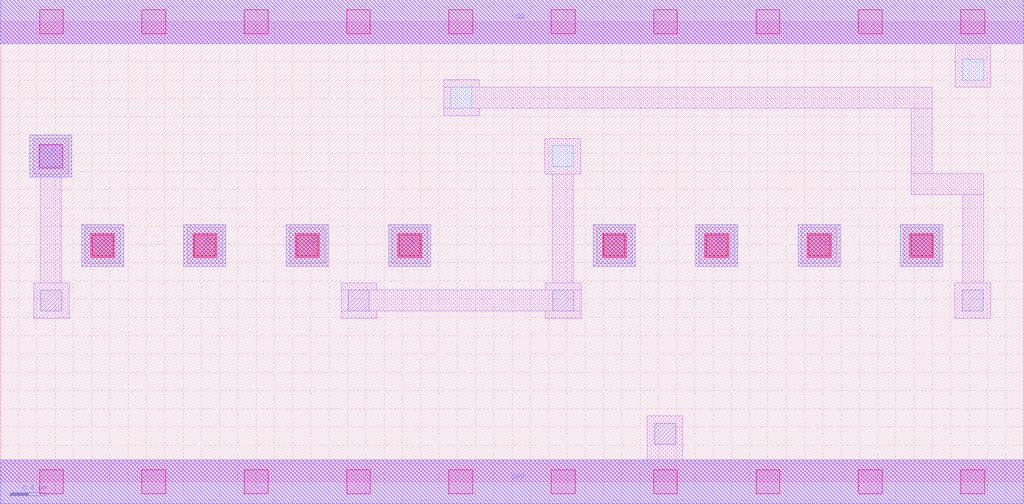
<source format=lef>
MACRO AOAAOI3113
 CLASS CORE ;
 FOREIGN AOAAOI3113 0 0 ;
 SIZE 11.200000000000001 BY 5.04 ;
 ORIGIN 0 0 ;
 SYMMETRY X Y R90 ;
 SITE unit ;
  PIN VDD
   DIRECTION INOUT ;
   USE POWER ;
   SHAPE ABUTMENT ;
    PORT
     CLASS CORE ;
       LAYER met1 ;
        RECT 0.00000000 4.80000000 11.20000000 5.28000000 ;
       LAYER met2 ;
        RECT 0.00000000 4.80000000 11.20000000 5.28000000 ;
    END
  END VDD

  PIN GND
   DIRECTION INOUT ;
   USE POWER ;
   SHAPE ABUTMENT ;
    PORT
     CLASS CORE ;
       LAYER met1 ;
        RECT 0.00000000 -0.24000000 11.20000000 0.24000000 ;
       LAYER met2 ;
        RECT 0.00000000 -0.24000000 11.20000000 0.24000000 ;
    END
  END GND

  PIN Y
   DIRECTION INOUT ;
   USE SIGNAL ;
   SHAPE ABUTMENT ;
    PORT
     CLASS CORE ;
       LAYER met2 ;
        RECT 0.32500000 3.33500000 0.78500000 3.79500000 ;
    END
  END Y

  PIN C
   DIRECTION INOUT ;
   USE SIGNAL ;
   SHAPE ABUTMENT ;
    PORT
     CLASS CORE ;
       LAYER met2 ;
        RECT 6.49000000 2.35700000 6.95000000 2.81700000 ;
    END
  END C

  PIN A1
   DIRECTION INOUT ;
   USE SIGNAL ;
   SHAPE ABUTMENT ;
    PORT
     CLASS CORE ;
       LAYER met2 ;
        RECT 2.01000000 2.35700000 2.47000000 2.81700000 ;
    END
  END A1

  PIN B
   DIRECTION INOUT ;
   USE SIGNAL ;
   SHAPE ABUTMENT ;
    PORT
     CLASS CORE ;
       LAYER met2 ;
        RECT 4.25000000 2.35700000 4.71000000 2.81700000 ;
    END
  END B

  PIN D2
   DIRECTION INOUT ;
   USE SIGNAL ;
   SHAPE ABUTMENT ;
    PORT
     CLASS CORE ;
       LAYER met2 ;
        RECT 7.61000000 2.35700000 8.07000000 2.81700000 ;
    END
  END D2

  PIN D1
   DIRECTION INOUT ;
   USE SIGNAL ;
   SHAPE ABUTMENT ;
    PORT
     CLASS CORE ;
       LAYER met2 ;
        RECT 8.73000000 2.35700000 9.19000000 2.81700000 ;
    END
  END D1

  PIN D
   DIRECTION INOUT ;
   USE SIGNAL ;
   SHAPE ABUTMENT ;
    PORT
     CLASS CORE ;
       LAYER met2 ;
        RECT 9.85000000 2.35700000 10.31000000 2.81700000 ;
    END
  END D

  PIN A2
   DIRECTION INOUT ;
   USE SIGNAL ;
   SHAPE ABUTMENT ;
    PORT
     CLASS CORE ;
       LAYER met2 ;
        RECT 3.13000000 2.35700000 3.59000000 2.81700000 ;
    END
  END A2

  PIN A
   DIRECTION INOUT ;
   USE SIGNAL ;
   SHAPE ABUTMENT ;
    PORT
     CLASS CORE ;
       LAYER met2 ;
        RECT 0.89000000 2.35700000 1.35000000 2.81700000 ;
    END
  END A

 OBS
    LAYER polycont ;
     RECT 1.00500000 2.47200000 1.23500000 2.70200000 ;
     RECT 2.12500000 2.47200000 2.35500000 2.70200000 ;
     RECT 3.24500000 2.47200000 3.47500000 2.70200000 ;
     RECT 4.36500000 2.47200000 4.59500000 2.70200000 ;
     RECT 6.60500000 2.47200000 6.83500000 2.70200000 ;
     RECT 7.72500000 2.47200000 7.95500000 2.70200000 ;
     RECT 8.84500000 2.47200000 9.07500000 2.70200000 ;
     RECT 9.96500000 2.47200000 10.19500000 2.70200000 ;

    LAYER pdiffc ;
     RECT 0.44000000 3.45000000 0.67000000 3.68000000 ;
     RECT 6.04000000 3.45000000 6.27000000 3.68000000 ;
     RECT 4.93000000 4.09200000 5.16000000 4.32200000 ;
     RECT 10.53000000 4.40000000 10.76000000 4.63000000 ;

    LAYER ndiffc ;
     RECT 7.16000000 0.41000000 7.39000000 0.64000000 ;
     RECT 0.44500000 1.87000000 0.67500000 2.10000000 ;
     RECT 3.81000000 1.87000000 4.04000000 2.10000000 ;
     RECT 6.04500000 1.87000000 6.27500000 2.10000000 ;
     RECT 10.52500000 1.87000000 10.75500000 2.10000000 ;

    LAYER met1 ;
     RECT 0.00000000 -0.24000000 11.20000000 0.24000000 ;
     RECT 7.08000000 0.24000000 7.47000000 0.72000000 ;
     RECT 0.92500000 2.39200000 1.31500000 2.78200000 ;
     RECT 2.04500000 2.39200000 2.43500000 2.78200000 ;
     RECT 3.16500000 2.39200000 3.55500000 2.78200000 ;
     RECT 4.28500000 2.39200000 4.67500000 2.78200000 ;
     RECT 6.52500000 2.39200000 6.91500000 2.78200000 ;
     RECT 7.64500000 2.39200000 8.03500000 2.78200000 ;
     RECT 8.76500000 2.39200000 9.15500000 2.78200000 ;
     RECT 9.88500000 2.39200000 10.27500000 2.78200000 ;
     RECT 0.36500000 1.79000000 0.75500000 2.18000000 ;
     RECT 0.44000000 2.18000000 0.67000000 3.37000000 ;
     RECT 0.36000000 3.37000000 0.75000000 3.76000000 ;
     RECT 3.73000000 1.79000000 4.12000000 1.87000000 ;
     RECT 5.96500000 1.79000000 6.35500000 1.87000000 ;
     RECT 3.73000000 1.87000000 6.35500000 2.10000000 ;
     RECT 3.73000000 2.10000000 4.12000000 2.18000000 ;
     RECT 5.96500000 2.10000000 6.35500000 2.18000000 ;
     RECT 6.04000000 2.18000000 6.27000000 3.37000000 ;
     RECT 5.96000000 3.37000000 6.35000000 3.76000000 ;
     RECT 10.44500000 1.79000000 10.83500000 2.18000000 ;
     RECT 10.53000000 2.18000000 10.76000000 3.14700000 ;
     RECT 9.96500000 3.14700000 10.76000000 3.37700000 ;
     RECT 4.85000000 4.01200000 5.24000000 4.09200000 ;
     RECT 9.96500000 3.37700000 10.19500000 4.09200000 ;
     RECT 4.85000000 4.09200000 10.19500000 4.32200000 ;
     RECT 4.85000000 4.32200000 5.24000000 4.40200000 ;
     RECT 10.45000000 4.32000000 10.84000000 4.80000000 ;
     RECT 0.00000000 4.80000000 11.20000000 5.28000000 ;

    LAYER via1 ;
     RECT 0.43000000 -0.13000000 0.69000000 0.13000000 ;
     RECT 1.55000000 -0.13000000 1.81000000 0.13000000 ;
     RECT 2.67000000 -0.13000000 2.93000000 0.13000000 ;
     RECT 3.79000000 -0.13000000 4.05000000 0.13000000 ;
     RECT 4.91000000 -0.13000000 5.17000000 0.13000000 ;
     RECT 6.03000000 -0.13000000 6.29000000 0.13000000 ;
     RECT 7.15000000 -0.13000000 7.41000000 0.13000000 ;
     RECT 8.27000000 -0.13000000 8.53000000 0.13000000 ;
     RECT 9.39000000 -0.13000000 9.65000000 0.13000000 ;
     RECT 10.51000000 -0.13000000 10.77000000 0.13000000 ;
     RECT 0.99000000 2.45700000 1.25000000 2.71700000 ;
     RECT 2.11000000 2.45700000 2.37000000 2.71700000 ;
     RECT 3.23000000 2.45700000 3.49000000 2.71700000 ;
     RECT 4.35000000 2.45700000 4.61000000 2.71700000 ;
     RECT 6.59000000 2.45700000 6.85000000 2.71700000 ;
     RECT 7.71000000 2.45700000 7.97000000 2.71700000 ;
     RECT 8.83000000 2.45700000 9.09000000 2.71700000 ;
     RECT 9.95000000 2.45700000 10.21000000 2.71700000 ;
     RECT 0.42500000 3.43500000 0.68500000 3.69500000 ;
     RECT 0.43000000 4.91000000 0.69000000 5.17000000 ;
     RECT 1.55000000 4.91000000 1.81000000 5.17000000 ;
     RECT 2.67000000 4.91000000 2.93000000 5.17000000 ;
     RECT 3.79000000 4.91000000 4.05000000 5.17000000 ;
     RECT 4.91000000 4.91000000 5.17000000 5.17000000 ;
     RECT 6.03000000 4.91000000 6.29000000 5.17000000 ;
     RECT 7.15000000 4.91000000 7.41000000 5.17000000 ;
     RECT 8.27000000 4.91000000 8.53000000 5.17000000 ;
     RECT 9.39000000 4.91000000 9.65000000 5.17000000 ;
     RECT 10.51000000 4.91000000 10.77000000 5.17000000 ;

    LAYER met2 ;
     RECT 0.00000000 -0.24000000 11.20000000 0.24000000 ;
     RECT 0.89000000 2.35700000 1.35000000 2.81700000 ;
     RECT 2.01000000 2.35700000 2.47000000 2.81700000 ;
     RECT 3.13000000 2.35700000 3.59000000 2.81700000 ;
     RECT 4.25000000 2.35700000 4.71000000 2.81700000 ;
     RECT 6.49000000 2.35700000 6.95000000 2.81700000 ;
     RECT 7.61000000 2.35700000 8.07000000 2.81700000 ;
     RECT 8.73000000 2.35700000 9.19000000 2.81700000 ;
     RECT 9.85000000 2.35700000 10.31000000 2.81700000 ;
     RECT 0.32500000 3.33500000 0.78500000 3.79500000 ;
     RECT 0.00000000 4.80000000 11.20000000 5.28000000 ;

 END
END AOAAOI3113

</source>
